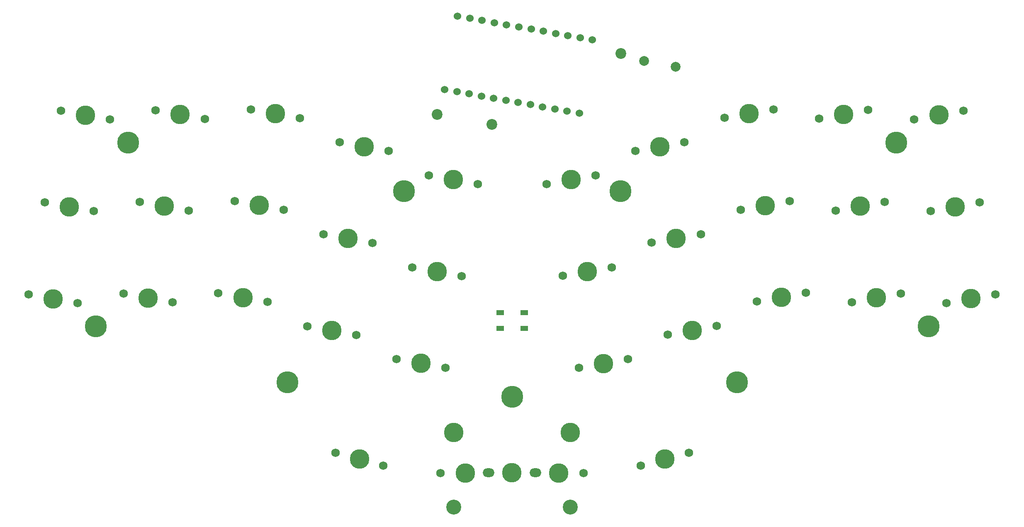
<source format=gts>
%TF.GenerationSoftware,KiCad,Pcbnew,(5.1.9-0-10_14)*%
%TF.CreationDate,2021-04-02T11:44:49+09:00*%
%TF.ProjectId,reviung34,72657669-756e-4673-9334-2e6b69636164,1*%
%TF.SameCoordinates,Original*%
%TF.FileFunction,Soldermask,Top*%
%TF.FilePolarity,Negative*%
%FSLAX46Y46*%
G04 Gerber Fmt 4.6, Leading zero omitted, Abs format (unit mm)*
G04 Created by KiCad (PCBNEW (5.1.9-0-10_14)) date 2021-04-02 11:44:49*
%MOMM*%
%LPD*%
G01*
G04 APERTURE LIST*
%ADD10C,1.524000*%
%ADD11C,3.987800*%
%ADD12C,1.750000*%
%ADD13C,2.200000*%
%ADD14C,4.500000*%
%ADD15C,3.048000*%
%ADD16O,2.400000X1.800000*%
%ADD17C,2.000000*%
%ADD18R,1.500000X1.000000*%
G04 APERTURE END LIST*
D10*
%TO.C,U1*%
X124130734Y-47208930D03*
X126632146Y-47649996D03*
X129133557Y-48091063D03*
X131634969Y-48532129D03*
X134136381Y-48973195D03*
X136637792Y-49414262D03*
X139139204Y-49855328D03*
X141640616Y-50296395D03*
X144142027Y-50737461D03*
X146643439Y-51178527D03*
X149144851Y-51619594D03*
X151646262Y-52060660D03*
X154289188Y-37071886D03*
X151787776Y-36630820D03*
X149286364Y-36189753D03*
X146784953Y-35748687D03*
X144283541Y-35307621D03*
X141782129Y-34866554D03*
X139280718Y-34425488D03*
X136779306Y-33984421D03*
X134277894Y-33543355D03*
X131776482Y-33102289D03*
X129275071Y-32661222D03*
X126773659Y-32220156D03*
%TD*%
D11*
%TO.C,SW21*%
X186260000Y-52120000D03*
D12*
X181257177Y-53002133D03*
X191262823Y-51237867D03*
%TD*%
D13*
%TO.C,Ref\u002A\u002A*%
X160110000Y-39870000D03*
%TD*%
%TO.C,Ref\u002A\u002A*%
X133810000Y-54320000D03*
%TD*%
%TO.C,Ref\u002A\u002A*%
X122560000Y-52320000D03*
%TD*%
D14*
%TO.C,H9*%
X222910000Y-95530000D03*
%TD*%
%TO.C,H8*%
X216320000Y-58020000D03*
%TD*%
%TO.C,H6*%
X160020000Y-67940000D03*
%TD*%
%TO.C,H7*%
X183800000Y-106980000D03*
%TD*%
%TO.C,H5*%
X137910000Y-109960000D03*
%TD*%
%TO.C,H3*%
X115800000Y-67940000D03*
%TD*%
%TO.C,H4*%
X92020000Y-106970000D03*
%TD*%
%TO.C,H2*%
X52920000Y-95540000D03*
%TD*%
%TO.C,H1*%
X59540000Y-58030000D03*
%TD*%
D11*
%TO.C,SW35*%
X125963750Y-117205000D03*
X149776250Y-117205000D03*
D15*
X125963750Y-132445000D03*
X149776250Y-132445000D03*
D16*
X133110000Y-125440000D03*
X142630000Y-125440000D03*
D11*
X137870000Y-125460000D03*
%TD*%
D17*
%TO.C,RESET1*%
X171280625Y-42514357D03*
X164879375Y-41385643D03*
%TD*%
D18*
%TO.C,RGB9*%
X135490000Y-92760000D03*
X135490000Y-95960000D03*
X140390000Y-92760000D03*
X140390000Y-95960000D03*
%TD*%
D12*
%TO.C,SW1*%
X55802823Y-53302133D03*
X45797177Y-51537867D03*
D11*
X50800000Y-52420000D03*
%TD*%
D12*
%TO.C,SW2*%
X75152823Y-53202133D03*
X65147177Y-51437867D03*
D11*
X70150000Y-52320000D03*
%TD*%
D12*
%TO.C,SW3*%
X94572823Y-53022133D03*
X84567177Y-51257867D03*
D11*
X89570000Y-52140000D03*
%TD*%
D12*
%TO.C,SW4*%
X112732823Y-59752133D03*
X102727177Y-57987867D03*
D11*
X107730000Y-58870000D03*
%TD*%
%TO.C,SW5*%
X125910000Y-65590000D03*
D12*
X120907177Y-64707867D03*
X130912823Y-66472133D03*
%TD*%
%TO.C,SW6*%
X52522823Y-72042133D03*
X42517177Y-70277867D03*
D11*
X47520000Y-71160000D03*
%TD*%
D12*
%TO.C,SW7*%
X71862823Y-71912133D03*
X61857177Y-70147867D03*
D11*
X66860000Y-71030000D03*
%TD*%
D12*
%TO.C,SW8*%
X91282823Y-71752133D03*
X81277177Y-69987867D03*
D11*
X86280000Y-70870000D03*
%TD*%
D12*
%TO.C,SW9*%
X109392823Y-78502133D03*
X99387177Y-76737867D03*
D11*
X104390000Y-77620000D03*
%TD*%
D12*
%TO.C,SW10*%
X127562823Y-85272133D03*
X117557177Y-83507867D03*
D11*
X122560000Y-84390000D03*
%TD*%
D12*
%TO.C,SW11*%
X49222823Y-90812133D03*
X39217177Y-89047867D03*
D11*
X44220000Y-89930000D03*
%TD*%
D12*
%TO.C,SW12*%
X68592823Y-90642133D03*
X58587177Y-88877867D03*
D11*
X63590000Y-89760000D03*
%TD*%
D12*
%TO.C,SW13*%
X87942823Y-90562133D03*
X77937177Y-88797867D03*
D11*
X82940000Y-89680000D03*
%TD*%
D12*
%TO.C,SW14*%
X106082823Y-97292133D03*
X96077177Y-95527867D03*
D11*
X101080000Y-96410000D03*
%TD*%
%TO.C,SW15*%
X119270000Y-103110000D03*
D12*
X114267177Y-102227867D03*
X124272823Y-103992133D03*
%TD*%
D11*
%TO.C,SW16*%
X106730000Y-122670000D03*
D12*
X101823097Y-121355199D03*
X111636903Y-123984801D03*
%TD*%
D11*
%TO.C,SW17*%
X128390000Y-125500000D03*
D12*
X123310000Y-125500000D03*
%TD*%
D11*
%TO.C,SW18*%
X147430000Y-125500000D03*
D12*
X152510000Y-125500000D03*
%TD*%
%TO.C,SW19*%
X154952823Y-64717867D03*
X144947177Y-66482133D03*
D11*
X149950000Y-65600000D03*
%TD*%
%TO.C,SW20*%
X168090000Y-58870000D03*
D12*
X163087177Y-59752133D03*
X173092823Y-57987867D03*
%TD*%
D11*
%TO.C,SW22*%
X205610000Y-52250000D03*
D12*
X200607177Y-53132133D03*
X210612823Y-51367867D03*
%TD*%
D11*
%TO.C,SW23*%
X153250000Y-84380000D03*
D12*
X148247177Y-85262133D03*
X158252823Y-83497867D03*
%TD*%
D11*
%TO.C,SW24*%
X171410000Y-77610000D03*
D12*
X166407177Y-78492133D03*
X176412823Y-76727867D03*
%TD*%
D11*
%TO.C,SW25*%
X189550000Y-70880000D03*
D12*
X184547177Y-71762133D03*
X194552823Y-69997867D03*
%TD*%
D11*
%TO.C,SW26*%
X208950000Y-71010000D03*
D12*
X203947177Y-71892133D03*
X213952823Y-70127867D03*
%TD*%
D11*
%TO.C,SW27*%
X156550000Y-103160000D03*
D12*
X151547177Y-104042133D03*
X161552823Y-102277867D03*
%TD*%
D11*
%TO.C,SW28*%
X174700000Y-96380000D03*
D12*
X169697177Y-97262133D03*
X179702823Y-95497867D03*
%TD*%
D11*
%TO.C,SW29*%
X192870000Y-89620000D03*
D12*
X187867177Y-90502133D03*
X197872823Y-88737867D03*
%TD*%
D11*
%TO.C,SW30*%
X212250000Y-89750000D03*
D12*
X207247177Y-90632133D03*
X217252823Y-88867867D03*
%TD*%
%TO.C,SW31*%
X230012823Y-51507867D03*
X220007177Y-53272133D03*
D11*
X225010000Y-52390000D03*
%TD*%
%TO.C,SW32*%
X228320000Y-71130000D03*
D12*
X223317177Y-72012133D03*
X233322823Y-70247867D03*
%TD*%
%TO.C,SW33*%
X236592823Y-89027867D03*
X226587177Y-90792133D03*
D11*
X231590000Y-89910000D03*
%TD*%
%TO.C,SW34*%
X169090000Y-122660000D03*
D12*
X164183097Y-123974801D03*
X173996903Y-121345199D03*
%TD*%
M02*

</source>
